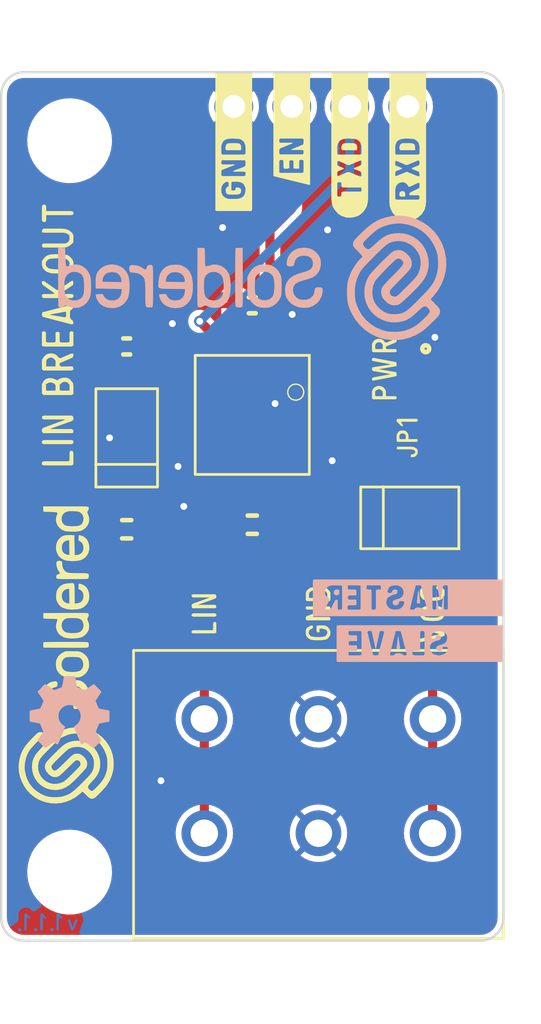
<source format=kicad_pcb>
(kicad_pcb (version 20210623) (generator pcbnew)
  (title_block (title "LIN breakout") (date "2021-07-14") (rev "V1.1.1.") (company "SOLDERED") (comment 1 "333026"))
  (layers (0 "F.Cu" mixed) (31 "B.Cu" signal) (34 "B.Paste" user) (35 "F.Paste" user) (36 "B.SilkS" user "B.Silkscreen") (37 "F.SilkS" user "F.Silkscreen") (38 "B.Mask" user) (39 "F.Mask" user) (44 "Edge.Cuts" user))
  (net 0 "")
  (net 1 "VCC")
  (net 2 "GND")
  (net 3 "LIN")
  (net 4 "Net-(C1-Pad2)")
  (net 5 "Net-(D2-Pad1)")
  (net 6 "Net-(D3-Pad1)")
  (net 7 "RXD")
  (net 8 "TXD")
  (net 9 "EN")
  (net 12 "Net-(R2-Pad1)")
  (footprint "Soldered Graphics:Logo-Back-OSH-3.5mm" (layer "F.Cu") (at 112 120)
    (fp_text reference "G***" hide)
    (fp_text value "LOGO" hide)
  )
  (footprint "buzzardLabel" (layer "F.Cu") (at 119.19 91.6 90)
    (fp_text reference "" (at 0 0 90) (layer "F.SilkS") (effects (font (size 1.27 1.27))))
    (fp_text value "" (at 0 0 90) (layer "F.SilkS") (effects (font (size 1.27 1.27))))
  )
  (footprint "buzzardLabel" (layer "F.Cu") (at 124.27 91.6 90)
    (fp_text reference "" (at 0 0 90) (layer "F.SilkS") (effects (font (size 1.27 1.27))))
    (fp_text value "" (at 0 0 90) (layer "F.SilkS") (effects (font (size 1.27 1.27))))
  )
  (footprint "buzzardLabel" (layer "F.Cu") (at 111.5 103.5 90)
    (fp_text reference "" (at 0 0 90) (layer "F.SilkS") (effects (font (size 1.27 1.27))))
    (fp_text value "" (at 0 0 90) (layer "F.SilkS") (effects (font (size 1.27 1.27))))
  )
  (footprint "buzzardLabel" (layer "F.Cu") (at 125.8 105 90)
    (fp_text reference "" (at 0 0 90) (layer "F.SilkS") (effects (font (size 1.27 1.27))))
    (fp_text value "" (at 0 0 90) (layer "F.SilkS") (effects (font (size 1.27 1.27))))
  )
  (footprint "Soldered Graphics:Logo-Front-SolderedFULL-13mm" (layer "F.Cu") (at 111.85 117.5 90)
    (fp_text reference "REF**" hide)
    (fp_text value "Logo-Front-SolderedFULL-13mm" hide)
  )
  (footprint "e-radionica.com footprinti:0402LED" (layer "F.Cu") (at 127 105 90)
    (fp_text reference "D2")
    (fp_text value "purple")
    (pad "1" smd rect locked (at -0.55 0 180) (size 0.75 0.45) (layers "F.Cu" "F.Paste" "F.Mask") (net 5 "Net-(D2-Pad1)"))
    (pad "2" smd rect locked (at 0.55 0 180) (size 0.75 0.45) (layers "F.Cu" "F.Paste" "F.Mask") (net 2 "GND"))
  )
  (footprint "e-radionica.com footprinti:FIDUCIAL_23" (layer "F.Cu") (at 115.4 98.3)
    (fp_text reference "FD1")
    (fp_text value "FIDUCIAL")
    (fp_circle (center 0 0) (end 1 0) (layer "F.Cu") (width 0.2) (fill none))
    (pad "1" smd circle (at 0 0) (size 1 1) (layers "F.Cu" "F.Paste" "F.Mask") (clearance 1.1))
  )
  (footprint "e-radionica.com footprinti:0603R" (layer "F.Cu") (at 114.5 104)
    (fp_text reference "R3")
    (fp_text value "1k")
    (pad "1" smd rect locked (at -0.775 0 90) (size 1 0.64) (layers "F.Cu" "F.Paste" "F.Mask") (net 6 "Net-(D3-Pad1)"))
    (pad "2" smd rect locked (at 0.775 0 90) (size 1 0.64) (layers "F.Cu" "F.Paste" "F.Mask") (net 4 "Net-(C1-Pad2)"))
  )
  (footprint "e-radionica.com footprinti:TERMINAL_KF235-5.0-3P" (layer "F.Cu") (at 122.9 122.8)
    (fp_text reference "K2")
    (fp_text value "TERMINAL_KF235-5.0-3P")
    (pad "1" thru_hole circle locked (at 5 2.5) (size 2 2) (drill 1.2) (layers *.Cu *.Mask) (net 1 "VCC"))
    (pad "1" thru_hole circle locked (at 5 -2.5) (size 2 2) (drill 1.2) (layers *.Cu *.Mask) (net 1 "VCC"))
    (pad "2" thru_hole circle locked (at 0 2.5) (size 2 2) (drill 1.2) (layers *.Cu *.Mask) (net 2 "GND"))
    (pad "2" thru_hole circle locked (at 0 -2.5) (size 2 2) (drill 1.2) (layers *.Cu *.Mask) (net 2 "GND"))
    (pad "3" thru_hole circle locked (at -5 2.5) (size 2 2) (drill 1.2) (layers *.Cu *.Mask) (net 3 "LIN"))
    (pad "3" thru_hole circle locked (at -5 -2.5) (size 2 2) (drill 1.2) (layers *.Cu *.Mask) (net 3 "LIN"))
  )
  (footprint "e-radionica.com footprinti:M4_DIODA" (layer "F.Cu") (at 114.5 108 -90)
    (fp_text reference "D3")
    (fp_text value "M4_DIODA")
    (pad "1" smd rect locked (at -1.69 0 270) (size 1.27 1.47) (layers "F.Cu" "F.Paste" "F.Mask") (net 6 "Net-(D3-Pad1)"))
    (pad "2" smd rect locked (at 1.69 0 270) (size 1.27 1.47) (layers "F.Cu" "F.Paste" "F.Mask") (net 3 "LIN"))
  )
  (footprint "buzzardLabel" (layer "F.Cu") (at 122.9 115.7 90)
    (fp_text reference "" (at 0 0 90) (layer "F.SilkS") (effects (font (size 1.27 1.27))))
    (fp_text value "" (at 0 0 90) (layer "F.SilkS") (effects (font (size 1.27 1.27))))
  )
  (footprint "e-radionica.com footprinti:SMD-JUMPER-CONNECTED_TRACE_SLODERMASK" (layer "F.Cu") (at 128 108 90)
    (fp_text reference "JP1")
    (fp_text value "SMD-JUMPER-CONNECTED_TRACE_SLODERMASK")
    (fp_poly (pts (xy 0.1 0.1) (xy -0.1 0.1) (xy -0.1 -0.1) (xy 0.1 -0.1)) (layer "F.Cu") (width 0.1) (fill solid))
    (pad "1" smd rect (at -0.35 0 90) (size 0.5 1) (layers "F.Cu" "F.Mask") (net 1 "VCC"))
    (pad "2" smd rect (at 0.35 0 90) (size 0.5 1) (layers "F.Cu" "F.Mask") (net 12 "Net-(R2-Pad1)"))
  )
  (footprint "buzzardLabel" (layer "F.Cu") (at 121.73 91.6 90)
    (fp_text reference "" (at 0 0 90) (layer "F.SilkS") (effects (font (size 1.27 1.27))))
    (fp_text value "" (at 0 0 90) (layer "F.SilkS") (effects (font (size 1.27 1.27))))
  )
  (footprint "e-radionica.com footprinti:0603C" (layer "F.Cu") (at 120 111.8)
    (fp_text reference "C1")
    (fp_text value "2.2uF")
    (pad "1" smd rect locked (at -0.73 0) (size 0.66 1) (layers "F.Cu" "F.Paste" "F.Mask") (net 2 "GND"))
    (pad "2" smd rect locked (at 0.73 0) (size 0.66 1) (layers "F.Cu" "F.Paste" "F.Mask") (net 4 "Net-(C1-Pad2)"))
  )
  (footprint "e-radionica.com footprinti:0603R" (layer "F.Cu") (at 120 102.2)
    (fp_text reference "R1")
    (fp_text value "4.7k")
    (pad "1" smd rect locked (at -0.775 0 90) (size 1 0.64) (layers "F.Cu" "F.Paste" "F.Mask") (net 2 "GND"))
    (pad "2" smd rect locked (at 0.775 0 90) (size 1 0.64) (layers "F.Cu" "F.Paste" "F.Mask") (net 9 "EN"))
  )
  (footprint "e-radionica.com footprinti:SOIC−8" (layer "F.Cu") (at 120 107 -90)
    (fp_text reference "U1")
    (fp_text value "NCV7329")
    (pad "1" smd rect locked (at -2.7 -1.905 270) (size 1.55 0.6) (layers "F.Cu" "F.Paste" "F.Mask") (net 7 "RXD"))
    (pad "2" smd rect locked (at -2.6 -0.635 270) (size 1.55 0.6) (layers "F.Cu" "F.Paste" "F.Mask") (net 9 "EN"))
    (pad "3" smd rect locked (at -2.6 0.635 270) (size 1.55 0.6) (layers "F.Cu" "F.Paste" "F.Mask"))
    (pad "4" smd rect locked (at -2.6 1.905 270) (size 1.55 0.6) (layers "F.Cu" "F.Paste" "F.Mask") (net 8 "TXD"))
    (pad "5" smd rect locked (at 2.6 1.905 270) (size 1.55 0.6) (layers "F.Cu" "F.Paste" "F.Mask") (net 2 "GND"))
    (pad "6" smd rect locked (at 2.6 0.635 270) (size 1.55 0.6) (layers "F.Cu" "F.Paste" "F.Mask") (net 3 "LIN"))
    (pad "7" smd rect locked (at 2.6 -0.635 270) (size 1.55 0.6) (layers "F.Cu" "F.Paste" "F.Mask") (net 4 "Net-(C1-Pad2)"))
    (pad "8" smd rect locked (at 2.6 -1.905 270) (size 1.55 0.6) (layers "F.Cu" "F.Paste" "F.Mask"))
  )
  (footprint "e-radionica.com footprinti:0603C" (layer "F.Cu") (at 114.5 112)
    (fp_text reference "C2")
    (fp_text value "270pF")
    (pad "1" smd rect locked (at -0.73 0) (size 0.66 1) (layers "F.Cu" "F.Paste" "F.Mask") (net 2 "GND"))
    (pad "2" smd rect locked (at 0.73 0) (size 0.66 1) (layers "F.Cu" "F.Paste" "F.Mask") (net 3 "LIN"))
  )
  (footprint "buzzardLabel" (layer "F.Cu") (at 117.9 115.7 90)
    (fp_text reference "" (at 0 0 90) (layer "F.SilkS") (effects (font (size 1.27 1.27))))
    (fp_text value "" (at 0 0 90) (layer "F.SilkS") (effects (font (size 1.27 1.27))))
  )
  (footprint "e-radionica.com footprinti:HOLE_3.2mm" (layer "F.Cu") (at 112 95)
    (fp_text reference "H2" hide)
    (fp_text value "HOLE_3.2mm" hide)
    (pad "" np_thru_hole circle locked (at 0 0) (size 3.2 3.2) (drill 3.2) (layers F&B.Cu *.Mask))
  )
  (footprint "e-radionica.com footprinti:HOLE_3.2mm" (layer "F.Cu") (at 112 127)
    (fp_text reference "H1" hide)
    (fp_text value "HOLE_3.2mm" hide)
    (pad "" np_thru_hole circle locked (at 0 0) (size 3.2 3.2) (drill 3.2) (layers F&B.Cu *.Mask))
  )
  (footprint "Soldered Graphics:Logo-Back-SolderedFULL-17mm" (layer "F.Cu") (at 120 101)
    (fp_text reference "REF**" hide)
    (fp_text value "Logo-Front-SolderedFULL-17mm" hide)
  )
  (footprint "buzzardLabel" (layer "F.Cu") (at 127.9 115.7 90)
    (fp_text reference "" (at 0 0 90) (layer "F.SilkS") (effects (font (size 1.27 1.27))))
    (fp_text value "" (at 0 0 90) (layer "F.SilkS") (effects (font (size 1.27 1.27))))
  )
  (footprint "buzzardLabel" (layer "F.Cu") (at 126.81 91.6 90)
    (fp_text reference "" (at 0 0 90) (layer "F.SilkS") (effects (font (size 1.27 1.27))))
    (fp_text value "" (at 0 0 90) (layer "F.SilkS") (effects (font (size 1.27 1.27))))
  )
  (footprint "buzzardLabel" (layer "F.Cu") (at 126.8 108 90)
    (fp_text reference "" (at 0 0 90) (layer "F.SilkS") (effects (font (size 1.27 1.27))))
    (fp_text value "" (at 0 0 90) (layer "F.SilkS") (effects (font (size 1.27 1.27))))
  )
  (footprint "e-radionica.com footprinti:M4_DIODA" (layer "F.Cu") (at 126.9 111.5 180)
    (fp_text reference "D1")
    (fp_text value "M4_DIODA")
    (pad "1" smd rect locked (at -1.69 0 180) (size 1.27 1.47) (layers "F.Cu" "F.Paste" "F.Mask") (net 1 "VCC"))
    (pad "2" smd rect locked (at 1.69 0 180) (size 1.27 1.47) (layers "F.Cu" "F.Paste" "F.Mask") (net 4 "Net-(C1-Pad2)"))
  )
  (footprint "e-radionica.com footprinti:0402R" (layer "F.Cu") (at 129 105 90)
    (fp_text reference "R2")
    (fp_text value "22k")
    (pad "1" smd rect locked (at -0.5 0 180) (size 0.64 0.54) (layers "F.Cu" "F.Paste" "F.Mask") (net 12 "Net-(R2-Pad1)"))
    (pad "2" smd rect locked (at 0.5 0 180) (size 0.64 0.54) (layers "F.Cu" "F.Paste" "F.Mask") (net 5 "Net-(D2-Pad1)"))
  )
  (footprint "buzzardLabel" (layer "B.Cu") (at 131.4 115 180)
    (fp_text reference "" (at 0 0) (layer "B.SilkS") (effects (font (size 1.27 1.27)) (justify mirror)))
    (fp_text value "" (at 0 0) (layer "B.SilkS") (effects (font (size 1.27 1.27)) (justify mirror)))
  )
  (footprint "e-radionica.com footprinti:HEADER_MALE_4X1" (layer "B.Cu") (at 123 93.5)
    (fp_text reference "K1")
    (fp_text value "HEADER_MALE_4X1")
    (pad "1" thru_hole circle locked (at -3.81 0) (size 1.7 1.7) (drill 1) (layers *.Cu *.Mask) (net 2 "GND"))
    (pad "2" thru_hole circle locked (at -1.27 0) (size 1.7 1.7) (drill 1) (layers *.Cu *.Mask) (net 9 "EN"))
    (pad "3" thru_hole circle locked (at 1.27 0) (size 1.7 1.7) (drill 1) (layers *.Cu *.Mask) (net 8 "TXD"))
    (pad "4" thru_hole circle locked (at 3.81 0) (size 1.7 1.7) (drill 1) (layers *.Cu *.Mask) (net 7 "RXD"))
  )
  (footprint "buzzardLabel" (layer "B.Cu") (at 131.4 117 180)
    (fp_text reference "" (at 0 0) (layer "B.SilkS") (effects (font (size 1.27 1.27)) (justify mirror)))
    (fp_text value "" (at 0 0) (layer "B.SilkS") (effects (font (size 1.27 1.27)) (justify mirror)))
  )
  (footprint "Soldered Graphics:Version1.1.1." (layer "B.Cu") (at 111 129.2 180)
    (fp_text reference "REF**" hide)
    (fp_text value "Version1.1.1." hide)
    (fp_poly (pts (xy -0.27 -0.38) (xy -0.22 -0.38) (xy -0.17 -0.37) (xy -0.16 -0.33) (xy -0.16 -0.27) (xy -0.21 -0.26) (xy -0.26 -0.26) (xy -0.29 -0.29) (xy -0.29 -0.34) (xy -0.27 -0.38)) (layer "B.Cu") (width 0.01) (fill solid))
    (fp_poly (pts (xy -0.5 -0.35) (xy -0.44 -0.35) (xy -0.43 -0.31) (xy -0.43 0.35) (xy -0.46 0.38) (xy -0.52 0.38) (xy -0.55 0.34) (xy -0.67 0.22) (xy -0.68 0.17) (xy -0.65 0.16) (xy -0.56 0.22) (xy -0.52 0.23) (xy -0.52 -0.31) (xy -0.5 -0.35)) (layer "B.Cu") (width 0.01) (fill solid))
    (fp_poly (pts (xy 0.21 -0.35) (xy 0.26 -0.35) (xy 0.28 -0.31) (xy 0.28 0.35) (xy 0.24 0.38) (xy 0.19 0.38) (xy 0.15 0.34) (xy 0.04 0.22) (xy 0.02 0.17) (xy 0.05 0.16) (xy 0.14 0.22) (xy 0.18 0.23) (xy 0.18 -0.31) (xy 0.21 -0.35)) (layer "B.Cu") (width 0.01) (fill solid))
    (fp_poly (pts (xy 0.91 -0.35) (xy 0.96 -0.35) (xy 0.98 -0.31) (xy 0.98 0.35) (xy 0.95 0.38) (xy 0.89 0.38) (xy 0.86 0.34) (xy 0.74 0.22) (xy 0.73 0.17) (xy 0.76 0.16) (xy 0.85 0.22) (xy 0.89 0.23) (xy 0.89 -0.31) (xy 0.91 -0.35)) (layer "B.Cu") (width 0.01) (fill solid))
    (fp_poly (pts (xy -1.15 -0.35) (xy -1.1 -0.35) (xy -1.07 -0.31) (xy -0.92 0.1) (xy -0.94 0.13) (xy -0.99 0.13) (xy -1.02 0.1) (xy -1.11 -0.16) (xy -1.13 -0.21) (xy -1.15 -0.17) (xy -1.24 0.09) (xy -1.26 0.13) (xy -1.32 0.13) (xy -1.34 0.1) (xy -1.18 -0.31) (xy -1.15 -0.35)) (layer "B.Cu") (width 0.01) (fill solid))
    (fp_poly (pts (xy 1.14 -0.38) (xy 1.19 -0.38) (xy 1.24 -0.37) (xy 1.25 -0.33) (xy 1.25 -0.27) (xy 1.2 -0.26) (xy 1.15 -0.26) (xy 1.12 -0.29) (xy 1.12 -0.34) (xy 1.14 -0.38)) (layer "B.Cu") (width 0.01) (fill solid))
    (fp_poly (pts (xy 0.43 -0.38) (xy 0.48 -0.38) (xy 0.54 -0.37) (xy 0.54 -0.33) (xy 0.54 -0.27) (xy 0.5 -0.26) (xy 0.45 -0.26) (xy 0.42 -0.29) (xy 0.42 -0.34) (xy 0.43 -0.38)) (layer "B.Cu") (width 0.01) (fill solid))
  )
  (gr_line (start 109 129) (end 109 93) (layer "Edge.Cuts") (width 0.1))
  (gr_arc (start 130 92.999997) (end 130 92) (angle 90) (layer "Edge.Cuts") (width 0.1))
  (gr_arc (start 109.999997 93) (end 110 92) (angle -90) (layer "Edge.Cuts") (width 0.1))
  (gr_arc (start 110 129) (end 110 130) (angle 90) (layer "Edge.Cuts") (width 0.1))
  (gr_arc (start 130 129) (end 130 130) (angle -90) (layer "Edge.Cuts") (width 0.1))
  (gr_line (start 110 92) (end 130 92) (layer "Edge.Cuts") (width 0.1))
  (gr_line (start 130 130) (end 110 130) (layer "Edge.Cuts") (width 0.1))
  (gr_line (start 131 93) (end 131 129) (layer "Edge.Cuts") (width 0.1))
  (segment (start 128.59 109.99) (end 128 109.4) (width 0.4) (layer "F.Cu") (net 1))
  (segment (start 127.9 120.3) (end 127.9 113.3) (width 0.4) (layer "F.Cu") (net 1))
  (segment (start 128.59 112.61) (end 128.59 111.5) (width 0.4) (layer "F.Cu") (net 1))
  (segment (start 127.9 113.3) (end 128.59 112.61) (width 0.4) (layer "F.Cu") (net 1))
  (segment (start 128.59 111.5) (end 128.59 109.99) (width 0.4) (layer "F.Cu") (net 1))
  (segment (start 127.9 125.3) (end 127.9 120.3) (width 0.4) (layer "F.Cu") (net 1))
  (segment (start 128 109.4) (end 128 108.35) (width 0.4) (layer "F.Cu") (net 1))
  (via (at 118.7 98.8) (size 0.5) (drill 0.3) (layers "F.Cu" "B.Cu") (net 2))
  (via (at 121.75 102.6) (size 0.5) (drill 0.3) (layers "F.Cu" "B.Cu") (net 2))
  (via (at 116.5 103) (size 0.5) (drill 0.3) (layers "F.Cu" "B.Cu") (net 2))
  (via (at 121 106.5) (size 0.5) (drill 0.3) (layers "F.Cu" "B.Cu") (net 2))
  (via (at 116 123) (size 0.5) (drill 0.3) (layers "F.Cu" "B.Cu") (net 2))
  (via (at 128 103.6) (size 0.5) (drill 0.3) (layers "F.Cu" "B.Cu") (net 2))
  (via (at 123.5 109) (size 0.5) (drill 0.3) (layers "F.Cu" "B.Cu") (net 2))
  (via (at 123.3 98.9) (size 0.5) (drill 0.3) (layers "F.Cu" "B.Cu") (net 2))
  (via (at 116.75 109.25) (size 0.5) (drill 0.3) (layers "F.Cu" "B.Cu") (net 2))
  (via (at 113.75 108) (size 0.5) (drill 0.3) (layers "F.Cu" "B.Cu") (net 2))
  (via (at 117 111) (size 0.5) (drill 0.3) (layers "F.Cu" "B.Cu") (net 2))
  (segment (start 118.7 107.8) (end 115.9 107.8) (width 0.4) (layer "F.Cu") (net 3))
  (segment (start 115.9 107.8) (end 114.5 109.2) (width 0.4) (layer "F.Cu") (net 3))
  (segment (start 115.2 110.7) (end 115.2 111.97) (width 0.4) (layer "F.Cu") (net 3))
  (segment (start 117.9 118) (end 117.9 120.3) (width 0.4) (layer "F.Cu") (net 3))
  (segment (start 114.5 110) (end 115.2 110.7) (width 0.4) (layer "F.Cu") (net 3))
  (segment (start 115.23 112) (end 115.23 115.33) (width 0.4) (layer "F.Cu") (net 3))
  (segment (start 119.365 109.6) (end 119.365 108.465) (width 0.4) (layer "F.Cu") (net 3))
  (segment (start 114.5 109.69) (end 114.5 110) (width 0.4) (layer "F.Cu") (net 3))
  (segment (start 119.365 108.465) (end 118.7 107.8) (width 0.4) (layer "F.Cu") (net 3))
  (segment (start 115.23 115.33) (end 117.9 118) (width 0.4) (layer "F.Cu") (net 3))
  (segment (start 115.2 111.97) (end 115.23 112) (width 0.4) (layer "F.Cu") (net 3))
  (segment (start 114.5 109.2) (end 114.5 109.69) (width 0.4) (layer "F.Cu") (net 3))
  (segment (start 117.9 120.3) (end 117.9 125.3) (width 0.4) (layer "F.Cu") (net 3))
  (segment (start 120.635 108.035) (end 120.635 109.6) (width 0.4) (layer "F.Cu") (net 4))
  (segment (start 120.635 111.705) (end 120.73 111.8) (width 0.4) (layer "F.Cu") (net 4))
  (segment (start 115.275 104) (end 115.275 104.3) (width 0.4) (layer "F.Cu") (net 4))
  (segment (start 125.21 111.5) (end 122.9 111.5) (width 0.4) (layer "F.Cu") (net 4))
  (segment (start 122.9 111.5) (end 122.6 111.8) (width 0.4) (layer "F.Cu") (net 4))
  (segment (start 120.635 109.6) (end 120.635 111.705) (width 0.4) (layer "F.Cu") (net 4))
  (segment (start 115.275 104.3) (end 117.775 106.8) (width 0.4) (layer "F.Cu") (net 4))
  (segment (start 117.775 106.8) (end 119.4 106.8) (width 0.4) (layer "F.Cu") (net 4))
  (segment (start 122.6 111.8) (end 120.73 111.8) (width 0.4) (layer "F.Cu") (net 4))
  (segment (start 119.4 106.8) (end 120.635 108.035) (width 0.4) (layer "F.Cu") (net 4))
  (segment (start 128.6 104.5) (end 129 104.5) (width 0.3) (layer "F.Cu") (net 5))
  (segment (start 127.55 105.55) (end 128.6 104.5) (width 0.3) (layer "F.Cu") (net 5))
  (segment (start 127 105.55) (end 127.55 105.55) (width 0.3) (layer "F.Cu") (net 5))
  (segment (start 113.725 104) (end 113.725 105.535) (width 0.4) (layer "F.Cu") (net 6))
  (segment (start 113.725 105.535) (end 114.5 106.31) (width 0.4) (layer "F.Cu") (net 6))
  (segment (start 121.905 104.3) (end 121.905 103.795) (width 0.4) (layer "F.Cu") (net 7))
  (segment (start 121.905 103.795) (end 126.81 98.89) (width 0.4) (layer "F.Cu") (net 7))
  (segment (start 126.81 98.89) (end 126.81 93.5) (width 0.4) (layer "F.Cu") (net 7))
  (segment (start 118.095 103.295) (end 117.7 102.9) (width 0.4) (layer "F.Cu") (net 8))
  (segment (start 118.095 104.4) (end 118.095 103.295) (width 0.4) (layer "F.Cu") (net 8))
  (via (at 117.7 102.9) (size 0.5) (drill 0.3) (layers "F.Cu" "B.Cu") (net 8))
  (segment (start 117.7 102.9) (end 124.27 96.33) (width 0.4) (layer "B.Cu") (net 8))
  (segment (start 124.27 96.33) (end 124.27 93.5) (width 0.4) (layer "B.Cu") (net 8))
  (segment (start 120.775 98.925) (end 121.73 97.97) (width 0.4) (layer "F.Cu") (net 9))
  (segment (start 120.775 102.2) (end 120.775 98.925) (width 0.4) (layer "F.Cu") (net 9))
  (segment (start 121.73 97.97) (end 121.73 93.5) (width 0.4) (layer "F.Cu") (net 9))
  (segment (start 120.635 102.34) (end 120.775 102.2) (width 0.4) (layer "F.Cu") (net 9))
  (segment (start 120.635 104.4) (end 120.635 102.34) (width 0.4) (layer "F.Cu") (net 9))
  (segment (start 129 105.8) (end 129 105.5) (width 0.3) (layer "F.Cu") (net 12))
  (segment (start 128 107.65) (end 128 106.8) (width 0.3) (layer "F.Cu") (net 12))
  (segment (start 128 106.8) (end 129 105.8) (width 0.3) (layer "F.Cu") (net 12))
  (zone (net 2) (net_name "GND") (layers F&B.Cu) (connect_pads (clearance 0.254)) (min_thickness 0.254) (fill yes (thermal_gap 0.254) (thermal_bridge_width 0.254))
    (polygon (pts (xy 131 130) (xy 109 130) (xy 109 92) (xy 131 92)))
  )
)
</source>
